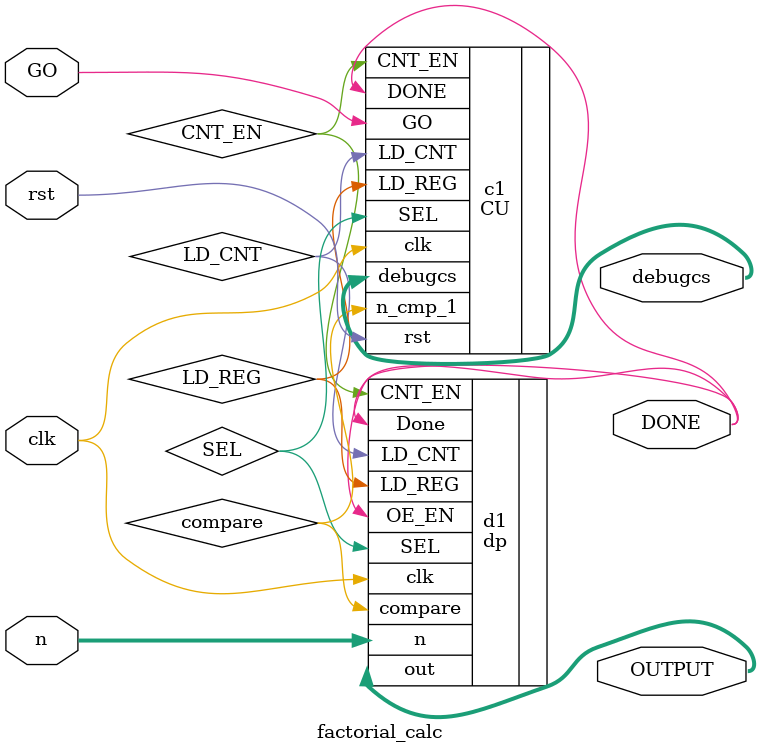
<source format=v>
`timescale 1ns / 1ps

module factorial_calc(
    input clk,
    input GO,
    input rst,
    input [3:0] n,
    output wire DONE,
    output wire [31:0] OUTPUT,
    output wire [3:0] debugcs
    

    );


wire SEL;
wire CNT_EN;
wire LD_CNT;
wire LD_REG;
wire compare;

dp d1(
    .n(n),
    .clk(clk),
    .out(OUTPUT),
    .Done(DONE),
    
    .SEL(SEL),
    .CNT_EN(CNT_EN),
    .LD_CNT(LD_CNT),
    .LD_REG(LD_REG),
    .OE_EN(DONE),
    
    .compare(compare)
    
);  

CU c1(
    .rst(rst),
    .clk(clk),
    .GO(GO),
    .n_cmp_1(compare),
    .SEL(SEL),
    .CNT_EN(CNT_EN),
    .LD_CNT(LD_CNT),
    .LD_REG(LD_REG),
    .DONE(DONE),
    .debugcs(debugcs)
    
);
 
    
    
endmodule

</source>
